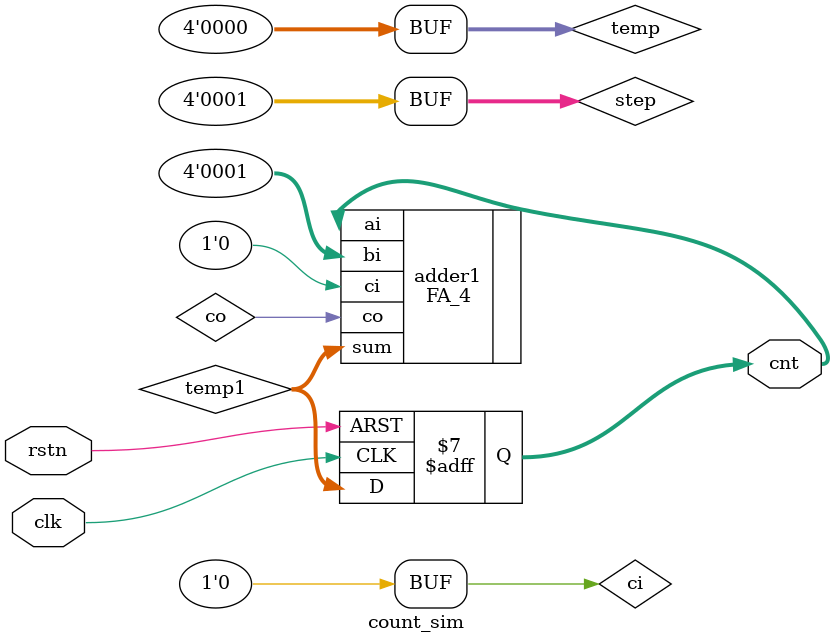
<source format=v>
module count_sim(
	input clk,
	input rstn,

	output reg [3:0]cnt=4'b0000
	);
	wire [3:0]temp1;
    reg [3:0] temp=4'b0000;
    reg [3:0]step=4'b0001;
    reg ci=1'b0;
    wire co;
    reg flag;

//always@(enabled)
//begin
//if(enabled)
//flag<=1'b1;
//else 
//flag<=1'b0;
//end

//always@(mode)
//begin 
//if(mode)
//step<=4'b0001;
//else step<= 4'b1111;
//end

FA_4 adder1(.sum(temp1),.co(co),.ai(cnt),.bi(step),.ci(ci));


//¼Ä´æÆ÷²¿·Ö   
always@(posedge clk or negedge rstn )
begin 

           if(!rstn) 
            begin
               cnt<=4'b0000;
    
               end
            else 
            begin
                cnt<=temp1;
                end
end

endmodule
</source>
